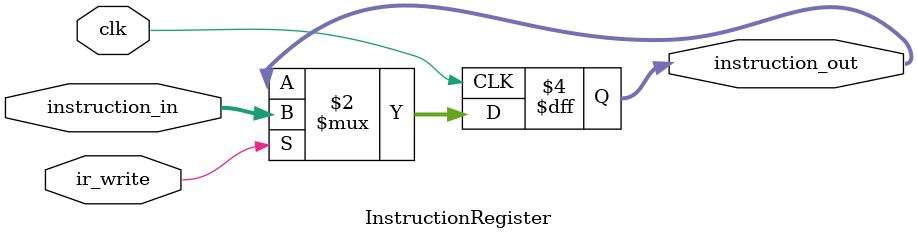
<source format=v>
module InstructionRegister(
    input clk,
    input [7:0] instruction_in,  // Instruction fetched from memory
    input ir_write,              // Write enable
    output reg [7:0] instruction_out // Current instruction
);
    always @(posedge clk) begin
        if (ir_write)
            instruction_out <= instruction_in;
    end
endmodule

</source>
